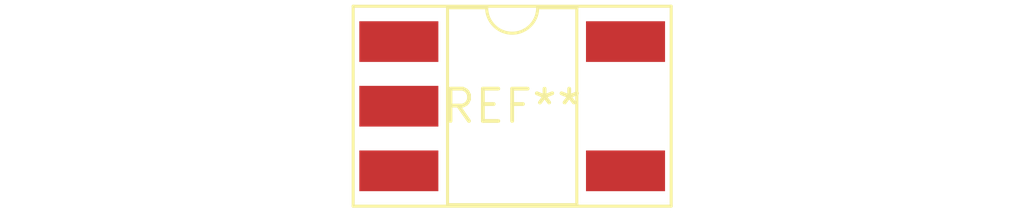
<source format=kicad_pcb>
(kicad_pcb (version 20240108) (generator pcbnew)
  (layers (0 "F.Cu" signal) (31 "B.Cu" signal) (34 "B.Paste" user) (35 "F.Paste" user) (36 "B.SilkS" user "B.Silkscreen") (37 "F.SilkS" user "F.Silkscreen") (38 "B.Mask" user) (39 "F.Mask" user) (44 "Edge.Cuts" user))
  (net 0 "")
  (footprint "DIP-5-6_W8.89mm_SMDSocket_LongPads" (layer "F.Cu") (at 0 0)
    (property "Reference" "REF**")
    (property "Value" "DIP-5-6_W8.89mm_SMDSocket_LongPads")
    (fp_line (start -6.235 -3.93) (end -6.235 3.93) (layer "F.SilkS") (stroke (width 0.12)))
    (fp_line (start -6.235 3.93) (end 6.235 3.93) (layer "F.SilkS") (stroke (width 0.12)))
    (fp_line (start -2.535 -3.87) (end -2.535 3.87) (layer "F.SilkS") (stroke (width 0.12)))
    (fp_line (start -2.535 3.87) (end 2.535 3.87) (layer "F.SilkS") (stroke (width 0.12)))
    (fp_line (start -1 -3.87) (end -2.535 -3.87) (layer "F.SilkS") (stroke (width 0.12)))
    (fp_line (start 2.535 -3.87) (end 1 -3.87) (layer "F.SilkS") (stroke (width 0.12)))
    (fp_line (start 2.535 3.87) (end 2.535 -3.87) (layer "F.SilkS") (stroke (width 0.12)))
    (fp_line (start 6.235 -3.93) (end -6.235 -3.93) (layer "F.SilkS") (stroke (width 0.12)))
    (fp_line (start 6.235 3.93) (end 6.235 -3.93) (layer "F.SilkS") (stroke (width 0.12)))
    (fp_arc (start 1 -3.87) (mid 0 -2.87) (end -1 -3.87) (layer "F.SilkS") (stroke (width 0.12)))
    (pad "1" smd rect (at -4.445 -2.54) (size 3.1 1.6) (layers "F.Cu" "F.Paste" "F.Mask"))
    (pad "2" smd rect (at -4.445 0) (size 3.1 1.6) (layers "F.Cu" "F.Paste" "F.Mask"))
    (pad "3" smd rect (at -4.445 2.54) (size 3.1 1.6) (layers "F.Cu" "F.Paste" "F.Mask"))
    (pad "4" smd rect (at 4.445 2.54) (size 3.1 1.6) (layers "F.Cu" "F.Paste" "F.Mask"))
    (pad "6" smd rect (at 4.445 -2.54) (size 3.1 1.6) (layers "F.Cu" "F.Paste" "F.Mask"))
  )
)
</source>
